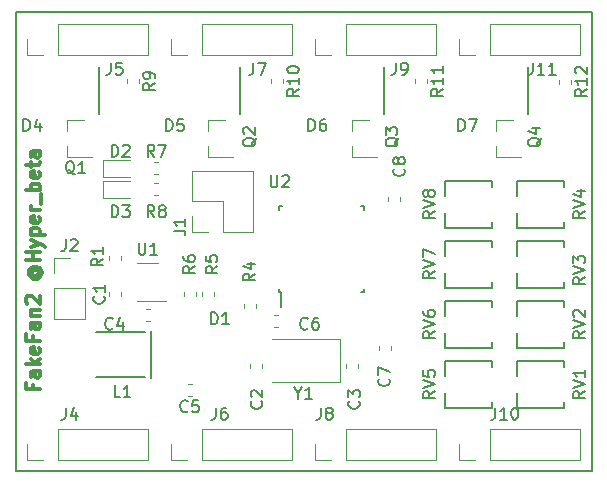
<source format=gto>
G04 #@! TF.GenerationSoftware,KiCad,Pcbnew,(5.0.0-dirty)*
G04 #@! TF.CreationDate,2019-11-15T19:25:29+09:00*
G04 #@! TF.ProjectId,fake-fan-mk2,66616B652D66616E2D6D6B322E6B6963,rev?*
G04 #@! TF.SameCoordinates,Original*
G04 #@! TF.FileFunction,Legend,Top*
G04 #@! TF.FilePolarity,Positive*
%FSLAX46Y46*%
G04 Gerber Fmt 4.6, Leading zero omitted, Abs format (unit mm)*
G04 Created by KiCad (PCBNEW (5.0.0-dirty)) date 11/15/19 19:25:29*
%MOMM*%
%LPD*%
G01*
G04 APERTURE LIST*
%ADD10C,0.300000*%
%ADD11C,0.200000*%
%ADD12C,0.120000*%
%ADD13C,0.150000*%
G04 APERTURE END LIST*
D10*
X15916285Y-45753714D02*
X15916285Y-46153714D01*
X16544857Y-46153714D02*
X15344857Y-46153714D01*
X15344857Y-45582285D01*
X16544857Y-44610857D02*
X15916285Y-44610857D01*
X15802000Y-44668000D01*
X15744857Y-44782285D01*
X15744857Y-45010857D01*
X15802000Y-45125142D01*
X16487714Y-44610857D02*
X16544857Y-44725142D01*
X16544857Y-45010857D01*
X16487714Y-45125142D01*
X16373428Y-45182285D01*
X16259142Y-45182285D01*
X16144857Y-45125142D01*
X16087714Y-45010857D01*
X16087714Y-44725142D01*
X16030571Y-44610857D01*
X16544857Y-44039428D02*
X15344857Y-44039428D01*
X16087714Y-43925142D02*
X16544857Y-43582285D01*
X15744857Y-43582285D02*
X16202000Y-44039428D01*
X16487714Y-42610857D02*
X16544857Y-42725142D01*
X16544857Y-42953714D01*
X16487714Y-43068000D01*
X16373428Y-43125142D01*
X15916285Y-43125142D01*
X15802000Y-43068000D01*
X15744857Y-42953714D01*
X15744857Y-42725142D01*
X15802000Y-42610857D01*
X15916285Y-42553714D01*
X16030571Y-42553714D01*
X16144857Y-43125142D01*
X15916285Y-41639428D02*
X15916285Y-42039428D01*
X16544857Y-42039428D02*
X15344857Y-42039428D01*
X15344857Y-41468000D01*
X16544857Y-40496571D02*
X15916285Y-40496571D01*
X15802000Y-40553714D01*
X15744857Y-40668000D01*
X15744857Y-40896571D01*
X15802000Y-41010857D01*
X16487714Y-40496571D02*
X16544857Y-40610857D01*
X16544857Y-40896571D01*
X16487714Y-41010857D01*
X16373428Y-41068000D01*
X16259142Y-41068000D01*
X16144857Y-41010857D01*
X16087714Y-40896571D01*
X16087714Y-40610857D01*
X16030571Y-40496571D01*
X15744857Y-39925142D02*
X16544857Y-39925142D01*
X15859142Y-39925142D02*
X15802000Y-39868000D01*
X15744857Y-39753714D01*
X15744857Y-39582285D01*
X15802000Y-39468000D01*
X15916285Y-39410857D01*
X16544857Y-39410857D01*
X15459142Y-38896571D02*
X15402000Y-38839428D01*
X15344857Y-38725142D01*
X15344857Y-38439428D01*
X15402000Y-38325142D01*
X15459142Y-38268000D01*
X15573428Y-38210857D01*
X15687714Y-38210857D01*
X15859142Y-38268000D01*
X16544857Y-38953714D01*
X16544857Y-38210857D01*
X15973428Y-36039428D02*
X15916285Y-36096571D01*
X15859142Y-36210857D01*
X15859142Y-36325142D01*
X15916285Y-36439428D01*
X15973428Y-36496571D01*
X16087714Y-36553714D01*
X16202000Y-36553714D01*
X16316285Y-36496571D01*
X16373428Y-36439428D01*
X16430571Y-36325142D01*
X16430571Y-36210857D01*
X16373428Y-36096571D01*
X16316285Y-36039428D01*
X15859142Y-36039428D02*
X16316285Y-36039428D01*
X16373428Y-35982285D01*
X16373428Y-35925142D01*
X16316285Y-35810857D01*
X16202000Y-35753714D01*
X15916285Y-35753714D01*
X15744857Y-35868000D01*
X15630571Y-36039428D01*
X15573428Y-36268000D01*
X15630571Y-36496571D01*
X15744857Y-36668000D01*
X15916285Y-36782285D01*
X16144857Y-36839428D01*
X16373428Y-36782285D01*
X16544857Y-36668000D01*
X16659142Y-36496571D01*
X16716285Y-36268000D01*
X16659142Y-36039428D01*
X16544857Y-35868000D01*
X16544857Y-35239428D02*
X15344857Y-35239428D01*
X15916285Y-35239428D02*
X15916285Y-34553714D01*
X16544857Y-34553714D02*
X15344857Y-34553714D01*
X15744857Y-34096571D02*
X16544857Y-33810857D01*
X15744857Y-33525142D02*
X16544857Y-33810857D01*
X16830571Y-33925142D01*
X16887714Y-33982285D01*
X16944857Y-34096571D01*
X15744857Y-33068000D02*
X16944857Y-33068000D01*
X15802000Y-33068000D02*
X15744857Y-32953714D01*
X15744857Y-32725142D01*
X15802000Y-32610857D01*
X15859142Y-32553714D01*
X15973428Y-32496571D01*
X16316285Y-32496571D01*
X16430571Y-32553714D01*
X16487714Y-32610857D01*
X16544857Y-32725142D01*
X16544857Y-32953714D01*
X16487714Y-33068000D01*
X16487714Y-31525142D02*
X16544857Y-31639428D01*
X16544857Y-31868000D01*
X16487714Y-31982285D01*
X16373428Y-32039428D01*
X15916285Y-32039428D01*
X15802000Y-31982285D01*
X15744857Y-31868000D01*
X15744857Y-31639428D01*
X15802000Y-31525142D01*
X15916285Y-31468000D01*
X16030571Y-31468000D01*
X16144857Y-32039428D01*
X16544857Y-30953714D02*
X15744857Y-30953714D01*
X15973428Y-30953714D02*
X15859142Y-30896571D01*
X15802000Y-30839428D01*
X15744857Y-30725142D01*
X15744857Y-30610857D01*
X16659142Y-30496571D02*
X16659142Y-29582285D01*
X16544857Y-29296571D02*
X15344857Y-29296571D01*
X15802000Y-29296571D02*
X15744857Y-29182285D01*
X15744857Y-28953714D01*
X15802000Y-28839428D01*
X15859142Y-28782285D01*
X15973428Y-28725142D01*
X16316285Y-28725142D01*
X16430571Y-28782285D01*
X16487714Y-28839428D01*
X16544857Y-28953714D01*
X16544857Y-29182285D01*
X16487714Y-29296571D01*
X16487714Y-27753714D02*
X16544857Y-27868000D01*
X16544857Y-28096571D01*
X16487714Y-28210857D01*
X16373428Y-28268000D01*
X15916285Y-28268000D01*
X15802000Y-28210857D01*
X15744857Y-28096571D01*
X15744857Y-27868000D01*
X15802000Y-27753714D01*
X15916285Y-27696571D01*
X16030571Y-27696571D01*
X16144857Y-28268000D01*
X15744857Y-27353714D02*
X15744857Y-26896571D01*
X15344857Y-27182285D02*
X16373428Y-27182285D01*
X16487714Y-27125142D01*
X16544857Y-27010857D01*
X16544857Y-26896571D01*
X16544857Y-25982285D02*
X15916285Y-25982285D01*
X15802000Y-26039428D01*
X15744857Y-26153714D01*
X15744857Y-26382285D01*
X15802000Y-26496571D01*
X16487714Y-25982285D02*
X16544857Y-26096571D01*
X16544857Y-26382285D01*
X16487714Y-26496571D01*
X16373428Y-26553714D01*
X16259142Y-26553714D01*
X16144857Y-26496571D01*
X16087714Y-26382285D01*
X16087714Y-26096571D01*
X16030571Y-25982285D01*
D11*
X14478000Y-53086000D02*
X14478000Y-14224000D01*
X63246000Y-53086000D02*
X14478000Y-53086000D01*
X63246000Y-14224000D02*
X63246000Y-53086000D01*
X14478000Y-14224000D02*
X63246000Y-14224000D01*
D12*
G04 #@! TO.C,C3*
X42416000Y-44033221D02*
X42416000Y-44358779D01*
X43436000Y-44033221D02*
X43436000Y-44358779D01*
G04 #@! TO.C,Y1*
X36162000Y-45488000D02*
X41912000Y-45488000D01*
X41912000Y-45488000D02*
X41912000Y-41888000D01*
X41912000Y-41888000D02*
X36162000Y-41888000D01*
G04 #@! TO.C,C1*
X22350000Y-37937221D02*
X22350000Y-38262779D01*
X23370000Y-37937221D02*
X23370000Y-38262779D01*
G04 #@! TO.C,C2*
X35308000Y-44033221D02*
X35308000Y-44358779D01*
X34288000Y-44033221D02*
X34288000Y-44358779D01*
G04 #@! TO.C,C4*
X25491221Y-40388000D02*
X25816779Y-40388000D01*
X25491221Y-39368000D02*
X25816779Y-39368000D01*
G04 #@! TO.C,C5*
X29047221Y-45718000D02*
X29372779Y-45718000D01*
X29047221Y-46738000D02*
X29372779Y-46738000D01*
G04 #@! TO.C,C6*
X36387721Y-40896000D02*
X36713279Y-40896000D01*
X36387721Y-39876000D02*
X36713279Y-39876000D01*
G04 #@! TO.C,C7*
X45210000Y-42834779D02*
X45210000Y-42509221D01*
X46230000Y-42834779D02*
X46230000Y-42509221D01*
G04 #@! TO.C,C8*
X45972000Y-30160279D02*
X45972000Y-29834721D01*
X46992000Y-30160279D02*
X46992000Y-29834721D01*
D13*
G04 #@! TO.C,D1*
X25960000Y-41180000D02*
X25960000Y-45180000D01*
D12*
G04 #@! TO.C,D2*
X24142500Y-26697000D02*
X21857500Y-26697000D01*
X21857500Y-26697000D02*
X21857500Y-28167000D01*
X21857500Y-28167000D02*
X24142500Y-28167000D01*
G04 #@! TO.C,D3*
X21857500Y-29945000D02*
X24142500Y-29945000D01*
X21857500Y-28475000D02*
X21857500Y-29945000D01*
X24142500Y-28475000D02*
X21857500Y-28475000D01*
D13*
G04 #@! TO.C,D4*
X21538000Y-22828000D02*
X21538000Y-18828000D01*
G04 #@! TO.C,D5*
X33476000Y-22828000D02*
X33476000Y-18828000D01*
G04 #@! TO.C,D6*
X45668000Y-22828000D02*
X45668000Y-18828000D01*
G04 #@! TO.C,D7*
X57860000Y-22828000D02*
X57860000Y-18828000D01*
D12*
G04 #@! TO.C,J2*
X17720000Y-40192000D02*
X20380000Y-40192000D01*
X17720000Y-37592000D02*
X17720000Y-40192000D01*
X20380000Y-37592000D02*
X20380000Y-40192000D01*
X17720000Y-37592000D02*
X20380000Y-37592000D01*
X17720000Y-36322000D02*
X17720000Y-34992000D01*
X17720000Y-34992000D02*
X19050000Y-34992000D01*
G04 #@! TO.C,J4*
X15434000Y-52130000D02*
X15434000Y-50800000D01*
X16764000Y-52130000D02*
X15434000Y-52130000D01*
X18034000Y-52130000D02*
X18034000Y-49470000D01*
X18034000Y-49470000D02*
X25714000Y-49470000D01*
X18034000Y-52130000D02*
X25714000Y-52130000D01*
X25714000Y-52130000D02*
X25714000Y-49470000D01*
G04 #@! TO.C,J5*
X25714000Y-17840000D02*
X25714000Y-15180000D01*
X18034000Y-17840000D02*
X25714000Y-17840000D01*
X18034000Y-15180000D02*
X25714000Y-15180000D01*
X18034000Y-17840000D02*
X18034000Y-15180000D01*
X16764000Y-17840000D02*
X15434000Y-17840000D01*
X15434000Y-17840000D02*
X15434000Y-16510000D01*
G04 #@! TO.C,J6*
X27626000Y-52130000D02*
X27626000Y-50800000D01*
X28956000Y-52130000D02*
X27626000Y-52130000D01*
X30226000Y-52130000D02*
X30226000Y-49470000D01*
X30226000Y-49470000D02*
X37906000Y-49470000D01*
X30226000Y-52130000D02*
X37906000Y-52130000D01*
X37906000Y-52130000D02*
X37906000Y-49470000D01*
G04 #@! TO.C,J7*
X37906000Y-17840000D02*
X37906000Y-15180000D01*
X30226000Y-17840000D02*
X37906000Y-17840000D01*
X30226000Y-15180000D02*
X37906000Y-15180000D01*
X30226000Y-17840000D02*
X30226000Y-15180000D01*
X28956000Y-17840000D02*
X27626000Y-17840000D01*
X27626000Y-17840000D02*
X27626000Y-16510000D01*
G04 #@! TO.C,J8*
X50098000Y-52130000D02*
X50098000Y-49470000D01*
X42418000Y-52130000D02*
X50098000Y-52130000D01*
X42418000Y-49470000D02*
X50098000Y-49470000D01*
X42418000Y-52130000D02*
X42418000Y-49470000D01*
X41148000Y-52130000D02*
X39818000Y-52130000D01*
X39818000Y-52130000D02*
X39818000Y-50800000D01*
G04 #@! TO.C,J9*
X50098000Y-17840000D02*
X50098000Y-15180000D01*
X42418000Y-17840000D02*
X50098000Y-17840000D01*
X42418000Y-15180000D02*
X50098000Y-15180000D01*
X42418000Y-17840000D02*
X42418000Y-15180000D01*
X41148000Y-17840000D02*
X39818000Y-17840000D01*
X39818000Y-17840000D02*
X39818000Y-16510000D01*
G04 #@! TO.C,J10*
X52010000Y-52130000D02*
X52010000Y-50800000D01*
X53340000Y-52130000D02*
X52010000Y-52130000D01*
X54610000Y-52130000D02*
X54610000Y-49470000D01*
X54610000Y-49470000D02*
X62290000Y-49470000D01*
X54610000Y-52130000D02*
X62290000Y-52130000D01*
X62290000Y-52130000D02*
X62290000Y-49470000D01*
G04 #@! TO.C,J11*
X52010000Y-17840000D02*
X52010000Y-16510000D01*
X53340000Y-17840000D02*
X52010000Y-17840000D01*
X54610000Y-17840000D02*
X54610000Y-15180000D01*
X54610000Y-15180000D02*
X62290000Y-15180000D01*
X54610000Y-17840000D02*
X62290000Y-17840000D01*
X62290000Y-17840000D02*
X62290000Y-15180000D01*
D13*
G04 #@! TO.C,L1*
X25468000Y-45080000D02*
X21268000Y-45080000D01*
X21268000Y-41280000D02*
X25468000Y-41280000D01*
D12*
G04 #@! TO.C,Q1*
X18798000Y-23312000D02*
X20258000Y-23312000D01*
X18798000Y-26472000D02*
X20958000Y-26472000D01*
X18798000Y-26472000D02*
X18798000Y-25542000D01*
X18798000Y-23312000D02*
X18798000Y-24242000D01*
G04 #@! TO.C,Q2*
X30736000Y-23312000D02*
X30736000Y-24242000D01*
X30736000Y-26472000D02*
X30736000Y-25542000D01*
X30736000Y-26472000D02*
X32896000Y-26472000D01*
X30736000Y-23312000D02*
X32196000Y-23312000D01*
G04 #@! TO.C,Q3*
X42928000Y-23312000D02*
X44388000Y-23312000D01*
X42928000Y-26472000D02*
X45088000Y-26472000D01*
X42928000Y-26472000D02*
X42928000Y-25542000D01*
X42928000Y-23312000D02*
X42928000Y-24242000D01*
G04 #@! TO.C,Q4*
X55120000Y-23312000D02*
X55120000Y-24242000D01*
X55120000Y-26472000D02*
X55120000Y-25542000D01*
X55120000Y-26472000D02*
X57280000Y-26472000D01*
X55120000Y-23312000D02*
X56580000Y-23312000D01*
G04 #@! TO.C,R1*
X23370000Y-35214779D02*
X23370000Y-34889221D01*
X22350000Y-35214779D02*
X22350000Y-34889221D01*
G04 #@! TO.C,R4*
X34800000Y-38953221D02*
X34800000Y-39278779D01*
X33780000Y-38953221D02*
X33780000Y-39278779D01*
G04 #@! TO.C,R5*
X30224000Y-38262779D02*
X30224000Y-37937221D01*
X31244000Y-38262779D02*
X31244000Y-37937221D01*
G04 #@! TO.C,R6*
X28700000Y-37937221D02*
X28700000Y-38262779D01*
X29720000Y-37937221D02*
X29720000Y-38262779D01*
G04 #@! TO.C,R7*
X26227721Y-26922000D02*
X26553279Y-26922000D01*
X26227721Y-27942000D02*
X26553279Y-27942000D01*
G04 #@! TO.C,R8*
X26227721Y-29720000D02*
X26553279Y-29720000D01*
X26227721Y-28700000D02*
X26553279Y-28700000D01*
G04 #@! TO.C,R9*
X24894000Y-19903221D02*
X24894000Y-20228779D01*
X23874000Y-19903221D02*
X23874000Y-20228779D01*
G04 #@! TO.C,R10*
X36066000Y-19903221D02*
X36066000Y-20228779D01*
X37086000Y-19903221D02*
X37086000Y-20228779D01*
G04 #@! TO.C,R11*
X49278000Y-19903221D02*
X49278000Y-20228779D01*
X48258000Y-19903221D02*
X48258000Y-20228779D01*
G04 #@! TO.C,R12*
X60450000Y-19928721D02*
X60450000Y-20254279D01*
X61470000Y-19928721D02*
X61470000Y-20254279D01*
D13*
G04 #@! TO.C,RV1*
X60928000Y-43720000D02*
X60928000Y-44220000D01*
X56928000Y-43720000D02*
X60928000Y-43720000D01*
X56928000Y-45020000D02*
X56928000Y-43720000D01*
X60928000Y-47720000D02*
X60928000Y-47220000D01*
X56928000Y-47720000D02*
X60928000Y-47720000D01*
X56928000Y-46420000D02*
X56928000Y-47720000D01*
G04 #@! TO.C,RV2*
X56928000Y-41340000D02*
X56928000Y-42640000D01*
X56928000Y-42640000D02*
X60928000Y-42640000D01*
X60928000Y-42640000D02*
X60928000Y-42140000D01*
X56928000Y-39940000D02*
X56928000Y-38640000D01*
X56928000Y-38640000D02*
X60928000Y-38640000D01*
X60928000Y-38640000D02*
X60928000Y-39140000D01*
G04 #@! TO.C,RV3*
X56928000Y-36260000D02*
X56928000Y-37560000D01*
X56928000Y-37560000D02*
X60928000Y-37560000D01*
X60928000Y-37560000D02*
X60928000Y-37060000D01*
X56928000Y-34860000D02*
X56928000Y-33560000D01*
X56928000Y-33560000D02*
X60928000Y-33560000D01*
X60928000Y-33560000D02*
X60928000Y-34060000D01*
G04 #@! TO.C,RV4*
X60928000Y-28480000D02*
X60928000Y-28980000D01*
X56928000Y-28480000D02*
X60928000Y-28480000D01*
X56928000Y-29780000D02*
X56928000Y-28480000D01*
X60928000Y-32480000D02*
X60928000Y-31980000D01*
X56928000Y-32480000D02*
X60928000Y-32480000D01*
X56928000Y-31180000D02*
X56928000Y-32480000D01*
G04 #@! TO.C,RV5*
X54832000Y-43720000D02*
X54832000Y-44220000D01*
X50832000Y-43720000D02*
X54832000Y-43720000D01*
X50832000Y-45020000D02*
X50832000Y-43720000D01*
X54832000Y-47720000D02*
X54832000Y-47220000D01*
X50832000Y-47720000D02*
X54832000Y-47720000D01*
X50832000Y-46420000D02*
X50832000Y-47720000D01*
G04 #@! TO.C,RV6*
X50832000Y-41340000D02*
X50832000Y-42640000D01*
X50832000Y-42640000D02*
X54832000Y-42640000D01*
X54832000Y-42640000D02*
X54832000Y-42140000D01*
X50832000Y-39940000D02*
X50832000Y-38640000D01*
X50832000Y-38640000D02*
X54832000Y-38640000D01*
X54832000Y-38640000D02*
X54832000Y-39140000D01*
G04 #@! TO.C,RV7*
X54832000Y-33560000D02*
X54832000Y-34060000D01*
X50832000Y-33560000D02*
X54832000Y-33560000D01*
X50832000Y-34860000D02*
X50832000Y-33560000D01*
X54832000Y-37560000D02*
X54832000Y-37060000D01*
X50832000Y-37560000D02*
X54832000Y-37560000D01*
X50832000Y-36260000D02*
X50832000Y-37560000D01*
G04 #@! TO.C,RV8*
X50832000Y-31180000D02*
X50832000Y-32480000D01*
X50832000Y-32480000D02*
X54832000Y-32480000D01*
X54832000Y-32480000D02*
X54832000Y-31980000D01*
X50832000Y-29780000D02*
X50832000Y-28480000D01*
X50832000Y-28480000D02*
X54832000Y-28480000D01*
X54832000Y-28480000D02*
X54832000Y-28980000D01*
D12*
G04 #@! TO.C,U1*
X26554000Y-35474000D02*
X24754000Y-35474000D01*
X24754000Y-38694000D02*
X27204000Y-38694000D01*
D13*
G04 #@! TO.C,U2*
X36761000Y-37915000D02*
X36986000Y-37915000D01*
X36761000Y-30665000D02*
X37061000Y-30665000D01*
X44011000Y-30665000D02*
X43711000Y-30665000D01*
X44011000Y-37915000D02*
X43711000Y-37915000D01*
X36761000Y-37915000D02*
X36761000Y-37615000D01*
X44011000Y-37915000D02*
X44011000Y-37615000D01*
X44011000Y-30665000D02*
X44011000Y-30965000D01*
X36761000Y-30665000D02*
X36761000Y-30965000D01*
X36986000Y-37915000D02*
X36986000Y-39140000D01*
D12*
G04 #@! TO.C,J1*
X34604000Y-32826000D02*
X34604000Y-27626000D01*
X32004000Y-32826000D02*
X34604000Y-32826000D01*
X29404000Y-27626000D02*
X34604000Y-27626000D01*
X32004000Y-32826000D02*
X32004000Y-30226000D01*
X32004000Y-30226000D02*
X29404000Y-30226000D01*
X29404000Y-30226000D02*
X29404000Y-27626000D01*
X30734000Y-32826000D02*
X29404000Y-32826000D01*
X29404000Y-32826000D02*
X29404000Y-31496000D01*
G04 #@! TD*
G04 #@! TO.C,C3*
D13*
X43537142Y-47156666D02*
X43584761Y-47204285D01*
X43632380Y-47347142D01*
X43632380Y-47442380D01*
X43584761Y-47585238D01*
X43489523Y-47680476D01*
X43394285Y-47728095D01*
X43203809Y-47775714D01*
X43060952Y-47775714D01*
X42870476Y-47728095D01*
X42775238Y-47680476D01*
X42680000Y-47585238D01*
X42632380Y-47442380D01*
X42632380Y-47347142D01*
X42680000Y-47204285D01*
X42727619Y-47156666D01*
X42632380Y-46823333D02*
X42632380Y-46204285D01*
X43013333Y-46537619D01*
X43013333Y-46394761D01*
X43060952Y-46299523D01*
X43108571Y-46251904D01*
X43203809Y-46204285D01*
X43441904Y-46204285D01*
X43537142Y-46251904D01*
X43584761Y-46299523D01*
X43632380Y-46394761D01*
X43632380Y-46680476D01*
X43584761Y-46775714D01*
X43537142Y-46823333D01*
G04 #@! TO.C,Y1*
X38385809Y-46464190D02*
X38385809Y-46940380D01*
X38052476Y-45940380D02*
X38385809Y-46464190D01*
X38719142Y-45940380D01*
X39576285Y-46940380D02*
X39004857Y-46940380D01*
X39290571Y-46940380D02*
X39290571Y-45940380D01*
X39195333Y-46083238D01*
X39100095Y-46178476D01*
X39004857Y-46226095D01*
G04 #@! TO.C,C1*
X21947142Y-38266666D02*
X21994761Y-38314285D01*
X22042380Y-38457142D01*
X22042380Y-38552380D01*
X21994761Y-38695238D01*
X21899523Y-38790476D01*
X21804285Y-38838095D01*
X21613809Y-38885714D01*
X21470952Y-38885714D01*
X21280476Y-38838095D01*
X21185238Y-38790476D01*
X21090000Y-38695238D01*
X21042380Y-38552380D01*
X21042380Y-38457142D01*
X21090000Y-38314285D01*
X21137619Y-38266666D01*
X22042380Y-37314285D02*
X22042380Y-37885714D01*
X22042380Y-37600000D02*
X21042380Y-37600000D01*
X21185238Y-37695238D01*
X21280476Y-37790476D01*
X21328095Y-37885714D01*
G04 #@! TO.C,C2*
X35282142Y-47156666D02*
X35329761Y-47204285D01*
X35377380Y-47347142D01*
X35377380Y-47442380D01*
X35329761Y-47585238D01*
X35234523Y-47680476D01*
X35139285Y-47728095D01*
X34948809Y-47775714D01*
X34805952Y-47775714D01*
X34615476Y-47728095D01*
X34520238Y-47680476D01*
X34425000Y-47585238D01*
X34377380Y-47442380D01*
X34377380Y-47347142D01*
X34425000Y-47204285D01*
X34472619Y-47156666D01*
X34472619Y-46775714D02*
X34425000Y-46728095D01*
X34377380Y-46632857D01*
X34377380Y-46394761D01*
X34425000Y-46299523D01*
X34472619Y-46251904D01*
X34567857Y-46204285D01*
X34663095Y-46204285D01*
X34805952Y-46251904D01*
X35377380Y-46823333D01*
X35377380Y-46204285D01*
G04 #@! TO.C,C4*
X22693333Y-40997142D02*
X22645714Y-41044761D01*
X22502857Y-41092380D01*
X22407619Y-41092380D01*
X22264761Y-41044761D01*
X22169523Y-40949523D01*
X22121904Y-40854285D01*
X22074285Y-40663809D01*
X22074285Y-40520952D01*
X22121904Y-40330476D01*
X22169523Y-40235238D01*
X22264761Y-40140000D01*
X22407619Y-40092380D01*
X22502857Y-40092380D01*
X22645714Y-40140000D01*
X22693333Y-40187619D01*
X23550476Y-40425714D02*
X23550476Y-41092380D01*
X23312380Y-40044761D02*
X23074285Y-40759047D01*
X23693333Y-40759047D01*
G04 #@! TO.C,C5*
X29043333Y-47982142D02*
X28995714Y-48029761D01*
X28852857Y-48077380D01*
X28757619Y-48077380D01*
X28614761Y-48029761D01*
X28519523Y-47934523D01*
X28471904Y-47839285D01*
X28424285Y-47648809D01*
X28424285Y-47505952D01*
X28471904Y-47315476D01*
X28519523Y-47220238D01*
X28614761Y-47125000D01*
X28757619Y-47077380D01*
X28852857Y-47077380D01*
X28995714Y-47125000D01*
X29043333Y-47172619D01*
X29948095Y-47077380D02*
X29471904Y-47077380D01*
X29424285Y-47553571D01*
X29471904Y-47505952D01*
X29567142Y-47458333D01*
X29805238Y-47458333D01*
X29900476Y-47505952D01*
X29948095Y-47553571D01*
X29995714Y-47648809D01*
X29995714Y-47886904D01*
X29948095Y-47982142D01*
X29900476Y-48029761D01*
X29805238Y-48077380D01*
X29567142Y-48077380D01*
X29471904Y-48029761D01*
X29424285Y-47982142D01*
G04 #@! TO.C,C6*
X39203333Y-40997142D02*
X39155714Y-41044761D01*
X39012857Y-41092380D01*
X38917619Y-41092380D01*
X38774761Y-41044761D01*
X38679523Y-40949523D01*
X38631904Y-40854285D01*
X38584285Y-40663809D01*
X38584285Y-40520952D01*
X38631904Y-40330476D01*
X38679523Y-40235238D01*
X38774761Y-40140000D01*
X38917619Y-40092380D01*
X39012857Y-40092380D01*
X39155714Y-40140000D01*
X39203333Y-40187619D01*
X40060476Y-40092380D02*
X39870000Y-40092380D01*
X39774761Y-40140000D01*
X39727142Y-40187619D01*
X39631904Y-40330476D01*
X39584285Y-40520952D01*
X39584285Y-40901904D01*
X39631904Y-40997142D01*
X39679523Y-41044761D01*
X39774761Y-41092380D01*
X39965238Y-41092380D01*
X40060476Y-41044761D01*
X40108095Y-40997142D01*
X40155714Y-40901904D01*
X40155714Y-40663809D01*
X40108095Y-40568571D01*
X40060476Y-40520952D01*
X39965238Y-40473333D01*
X39774761Y-40473333D01*
X39679523Y-40520952D01*
X39631904Y-40568571D01*
X39584285Y-40663809D01*
G04 #@! TO.C,C7*
X46077142Y-45251666D02*
X46124761Y-45299285D01*
X46172380Y-45442142D01*
X46172380Y-45537380D01*
X46124761Y-45680238D01*
X46029523Y-45775476D01*
X45934285Y-45823095D01*
X45743809Y-45870714D01*
X45600952Y-45870714D01*
X45410476Y-45823095D01*
X45315238Y-45775476D01*
X45220000Y-45680238D01*
X45172380Y-45537380D01*
X45172380Y-45442142D01*
X45220000Y-45299285D01*
X45267619Y-45251666D01*
X45172380Y-44918333D02*
X45172380Y-44251666D01*
X46172380Y-44680238D01*
G04 #@! TO.C,C8*
X47347142Y-27471666D02*
X47394761Y-27519285D01*
X47442380Y-27662142D01*
X47442380Y-27757380D01*
X47394761Y-27900238D01*
X47299523Y-27995476D01*
X47204285Y-28043095D01*
X47013809Y-28090714D01*
X46870952Y-28090714D01*
X46680476Y-28043095D01*
X46585238Y-27995476D01*
X46490000Y-27900238D01*
X46442380Y-27757380D01*
X46442380Y-27662142D01*
X46490000Y-27519285D01*
X46537619Y-27471666D01*
X46870952Y-26900238D02*
X46823333Y-26995476D01*
X46775714Y-27043095D01*
X46680476Y-27090714D01*
X46632857Y-27090714D01*
X46537619Y-27043095D01*
X46490000Y-26995476D01*
X46442380Y-26900238D01*
X46442380Y-26709761D01*
X46490000Y-26614523D01*
X46537619Y-26566904D01*
X46632857Y-26519285D01*
X46680476Y-26519285D01*
X46775714Y-26566904D01*
X46823333Y-26614523D01*
X46870952Y-26709761D01*
X46870952Y-26900238D01*
X46918571Y-26995476D01*
X46966190Y-27043095D01*
X47061428Y-27090714D01*
X47251904Y-27090714D01*
X47347142Y-27043095D01*
X47394761Y-26995476D01*
X47442380Y-26900238D01*
X47442380Y-26709761D01*
X47394761Y-26614523D01*
X47347142Y-26566904D01*
X47251904Y-26519285D01*
X47061428Y-26519285D01*
X46966190Y-26566904D01*
X46918571Y-26614523D01*
X46870952Y-26709761D01*
G04 #@! TO.C,D1*
X31011904Y-40632380D02*
X31011904Y-39632380D01*
X31250000Y-39632380D01*
X31392857Y-39680000D01*
X31488095Y-39775238D01*
X31535714Y-39870476D01*
X31583333Y-40060952D01*
X31583333Y-40203809D01*
X31535714Y-40394285D01*
X31488095Y-40489523D01*
X31392857Y-40584761D01*
X31250000Y-40632380D01*
X31011904Y-40632380D01*
X32535714Y-40632380D02*
X31964285Y-40632380D01*
X32250000Y-40632380D02*
X32250000Y-39632380D01*
X32154761Y-39775238D01*
X32059523Y-39870476D01*
X31964285Y-39918095D01*
G04 #@! TO.C,D2*
X22604404Y-26454380D02*
X22604404Y-25454380D01*
X22842500Y-25454380D01*
X22985357Y-25502000D01*
X23080595Y-25597238D01*
X23128214Y-25692476D01*
X23175833Y-25882952D01*
X23175833Y-26025809D01*
X23128214Y-26216285D01*
X23080595Y-26311523D01*
X22985357Y-26406761D01*
X22842500Y-26454380D01*
X22604404Y-26454380D01*
X23556785Y-25549619D02*
X23604404Y-25502000D01*
X23699642Y-25454380D01*
X23937738Y-25454380D01*
X24032976Y-25502000D01*
X24080595Y-25549619D01*
X24128214Y-25644857D01*
X24128214Y-25740095D01*
X24080595Y-25882952D01*
X23509166Y-26454380D01*
X24128214Y-26454380D01*
G04 #@! TO.C,D3*
X22604404Y-31567380D02*
X22604404Y-30567380D01*
X22842500Y-30567380D01*
X22985357Y-30615000D01*
X23080595Y-30710238D01*
X23128214Y-30805476D01*
X23175833Y-30995952D01*
X23175833Y-31138809D01*
X23128214Y-31329285D01*
X23080595Y-31424523D01*
X22985357Y-31519761D01*
X22842500Y-31567380D01*
X22604404Y-31567380D01*
X23509166Y-30567380D02*
X24128214Y-30567380D01*
X23794880Y-30948333D01*
X23937738Y-30948333D01*
X24032976Y-30995952D01*
X24080595Y-31043571D01*
X24128214Y-31138809D01*
X24128214Y-31376904D01*
X24080595Y-31472142D01*
X24032976Y-31519761D01*
X23937738Y-31567380D01*
X23652023Y-31567380D01*
X23556785Y-31519761D01*
X23509166Y-31472142D01*
G04 #@! TO.C,D4*
X15136904Y-24280380D02*
X15136904Y-23280380D01*
X15375000Y-23280380D01*
X15517857Y-23328000D01*
X15613095Y-23423238D01*
X15660714Y-23518476D01*
X15708333Y-23708952D01*
X15708333Y-23851809D01*
X15660714Y-24042285D01*
X15613095Y-24137523D01*
X15517857Y-24232761D01*
X15375000Y-24280380D01*
X15136904Y-24280380D01*
X16565476Y-23613714D02*
X16565476Y-24280380D01*
X16327380Y-23232761D02*
X16089285Y-23947047D01*
X16708333Y-23947047D01*
G04 #@! TO.C,D5*
X27201904Y-24280380D02*
X27201904Y-23280380D01*
X27440000Y-23280380D01*
X27582857Y-23328000D01*
X27678095Y-23423238D01*
X27725714Y-23518476D01*
X27773333Y-23708952D01*
X27773333Y-23851809D01*
X27725714Y-24042285D01*
X27678095Y-24137523D01*
X27582857Y-24232761D01*
X27440000Y-24280380D01*
X27201904Y-24280380D01*
X28678095Y-23280380D02*
X28201904Y-23280380D01*
X28154285Y-23756571D01*
X28201904Y-23708952D01*
X28297142Y-23661333D01*
X28535238Y-23661333D01*
X28630476Y-23708952D01*
X28678095Y-23756571D01*
X28725714Y-23851809D01*
X28725714Y-24089904D01*
X28678095Y-24185142D01*
X28630476Y-24232761D01*
X28535238Y-24280380D01*
X28297142Y-24280380D01*
X28201904Y-24232761D01*
X28154285Y-24185142D01*
G04 #@! TO.C,D6*
X39266904Y-24280380D02*
X39266904Y-23280380D01*
X39505000Y-23280380D01*
X39647857Y-23328000D01*
X39743095Y-23423238D01*
X39790714Y-23518476D01*
X39838333Y-23708952D01*
X39838333Y-23851809D01*
X39790714Y-24042285D01*
X39743095Y-24137523D01*
X39647857Y-24232761D01*
X39505000Y-24280380D01*
X39266904Y-24280380D01*
X40695476Y-23280380D02*
X40505000Y-23280380D01*
X40409761Y-23328000D01*
X40362142Y-23375619D01*
X40266904Y-23518476D01*
X40219285Y-23708952D01*
X40219285Y-24089904D01*
X40266904Y-24185142D01*
X40314523Y-24232761D01*
X40409761Y-24280380D01*
X40600238Y-24280380D01*
X40695476Y-24232761D01*
X40743095Y-24185142D01*
X40790714Y-24089904D01*
X40790714Y-23851809D01*
X40743095Y-23756571D01*
X40695476Y-23708952D01*
X40600238Y-23661333D01*
X40409761Y-23661333D01*
X40314523Y-23708952D01*
X40266904Y-23756571D01*
X40219285Y-23851809D01*
G04 #@! TO.C,D7*
X51966904Y-24280380D02*
X51966904Y-23280380D01*
X52205000Y-23280380D01*
X52347857Y-23328000D01*
X52443095Y-23423238D01*
X52490714Y-23518476D01*
X52538333Y-23708952D01*
X52538333Y-23851809D01*
X52490714Y-24042285D01*
X52443095Y-24137523D01*
X52347857Y-24232761D01*
X52205000Y-24280380D01*
X51966904Y-24280380D01*
X52871666Y-23280380D02*
X53538333Y-23280380D01*
X53109761Y-24280380D01*
G04 #@! TO.C,J2*
X18716666Y-33444380D02*
X18716666Y-34158666D01*
X18669047Y-34301523D01*
X18573809Y-34396761D01*
X18430952Y-34444380D01*
X18335714Y-34444380D01*
X19145238Y-33539619D02*
X19192857Y-33492000D01*
X19288095Y-33444380D01*
X19526190Y-33444380D01*
X19621428Y-33492000D01*
X19669047Y-33539619D01*
X19716666Y-33634857D01*
X19716666Y-33730095D01*
X19669047Y-33872952D01*
X19097619Y-34444380D01*
X19716666Y-34444380D01*
G04 #@! TO.C,J4*
X18716666Y-47712380D02*
X18716666Y-48426666D01*
X18669047Y-48569523D01*
X18573809Y-48664761D01*
X18430952Y-48712380D01*
X18335714Y-48712380D01*
X19621428Y-48045714D02*
X19621428Y-48712380D01*
X19383333Y-47664761D02*
X19145238Y-48379047D01*
X19764285Y-48379047D01*
G04 #@! TO.C,J5*
X22526666Y-18502380D02*
X22526666Y-19216666D01*
X22479047Y-19359523D01*
X22383809Y-19454761D01*
X22240952Y-19502380D01*
X22145714Y-19502380D01*
X23479047Y-18502380D02*
X23002857Y-18502380D01*
X22955238Y-18978571D01*
X23002857Y-18930952D01*
X23098095Y-18883333D01*
X23336190Y-18883333D01*
X23431428Y-18930952D01*
X23479047Y-18978571D01*
X23526666Y-19073809D01*
X23526666Y-19311904D01*
X23479047Y-19407142D01*
X23431428Y-19454761D01*
X23336190Y-19502380D01*
X23098095Y-19502380D01*
X23002857Y-19454761D01*
X22955238Y-19407142D01*
G04 #@! TO.C,J6*
X31416666Y-47712380D02*
X31416666Y-48426666D01*
X31369047Y-48569523D01*
X31273809Y-48664761D01*
X31130952Y-48712380D01*
X31035714Y-48712380D01*
X32321428Y-47712380D02*
X32130952Y-47712380D01*
X32035714Y-47760000D01*
X31988095Y-47807619D01*
X31892857Y-47950476D01*
X31845238Y-48140952D01*
X31845238Y-48521904D01*
X31892857Y-48617142D01*
X31940476Y-48664761D01*
X32035714Y-48712380D01*
X32226190Y-48712380D01*
X32321428Y-48664761D01*
X32369047Y-48617142D01*
X32416666Y-48521904D01*
X32416666Y-48283809D01*
X32369047Y-48188571D01*
X32321428Y-48140952D01*
X32226190Y-48093333D01*
X32035714Y-48093333D01*
X31940476Y-48140952D01*
X31892857Y-48188571D01*
X31845238Y-48283809D01*
G04 #@! TO.C,J7*
X34591666Y-18502380D02*
X34591666Y-19216666D01*
X34544047Y-19359523D01*
X34448809Y-19454761D01*
X34305952Y-19502380D01*
X34210714Y-19502380D01*
X34972619Y-18502380D02*
X35639285Y-18502380D01*
X35210714Y-19502380D01*
G04 #@! TO.C,J8*
X40306666Y-47712380D02*
X40306666Y-48426666D01*
X40259047Y-48569523D01*
X40163809Y-48664761D01*
X40020952Y-48712380D01*
X39925714Y-48712380D01*
X40925714Y-48140952D02*
X40830476Y-48093333D01*
X40782857Y-48045714D01*
X40735238Y-47950476D01*
X40735238Y-47902857D01*
X40782857Y-47807619D01*
X40830476Y-47760000D01*
X40925714Y-47712380D01*
X41116190Y-47712380D01*
X41211428Y-47760000D01*
X41259047Y-47807619D01*
X41306666Y-47902857D01*
X41306666Y-47950476D01*
X41259047Y-48045714D01*
X41211428Y-48093333D01*
X41116190Y-48140952D01*
X40925714Y-48140952D01*
X40830476Y-48188571D01*
X40782857Y-48236190D01*
X40735238Y-48331428D01*
X40735238Y-48521904D01*
X40782857Y-48617142D01*
X40830476Y-48664761D01*
X40925714Y-48712380D01*
X41116190Y-48712380D01*
X41211428Y-48664761D01*
X41259047Y-48617142D01*
X41306666Y-48521904D01*
X41306666Y-48331428D01*
X41259047Y-48236190D01*
X41211428Y-48188571D01*
X41116190Y-48140952D01*
G04 #@! TO.C,J9*
X46656666Y-18502380D02*
X46656666Y-19216666D01*
X46609047Y-19359523D01*
X46513809Y-19454761D01*
X46370952Y-19502380D01*
X46275714Y-19502380D01*
X47180476Y-19502380D02*
X47370952Y-19502380D01*
X47466190Y-19454761D01*
X47513809Y-19407142D01*
X47609047Y-19264285D01*
X47656666Y-19073809D01*
X47656666Y-18692857D01*
X47609047Y-18597619D01*
X47561428Y-18550000D01*
X47466190Y-18502380D01*
X47275714Y-18502380D01*
X47180476Y-18550000D01*
X47132857Y-18597619D01*
X47085238Y-18692857D01*
X47085238Y-18930952D01*
X47132857Y-19026190D01*
X47180476Y-19073809D01*
X47275714Y-19121428D01*
X47466190Y-19121428D01*
X47561428Y-19073809D01*
X47609047Y-19026190D01*
X47656666Y-18930952D01*
G04 #@! TO.C,J10*
X55070476Y-47712380D02*
X55070476Y-48426666D01*
X55022857Y-48569523D01*
X54927619Y-48664761D01*
X54784761Y-48712380D01*
X54689523Y-48712380D01*
X56070476Y-48712380D02*
X55499047Y-48712380D01*
X55784761Y-48712380D02*
X55784761Y-47712380D01*
X55689523Y-47855238D01*
X55594285Y-47950476D01*
X55499047Y-47998095D01*
X56689523Y-47712380D02*
X56784761Y-47712380D01*
X56880000Y-47760000D01*
X56927619Y-47807619D01*
X56975238Y-47902857D01*
X57022857Y-48093333D01*
X57022857Y-48331428D01*
X56975238Y-48521904D01*
X56927619Y-48617142D01*
X56880000Y-48664761D01*
X56784761Y-48712380D01*
X56689523Y-48712380D01*
X56594285Y-48664761D01*
X56546666Y-48617142D01*
X56499047Y-48521904D01*
X56451428Y-48331428D01*
X56451428Y-48093333D01*
X56499047Y-47902857D01*
X56546666Y-47807619D01*
X56594285Y-47760000D01*
X56689523Y-47712380D01*
G04 #@! TO.C,J11*
X58245476Y-18502380D02*
X58245476Y-19216666D01*
X58197857Y-19359523D01*
X58102619Y-19454761D01*
X57959761Y-19502380D01*
X57864523Y-19502380D01*
X59245476Y-19502380D02*
X58674047Y-19502380D01*
X58959761Y-19502380D02*
X58959761Y-18502380D01*
X58864523Y-18645238D01*
X58769285Y-18740476D01*
X58674047Y-18788095D01*
X60197857Y-19502380D02*
X59626428Y-19502380D01*
X59912142Y-19502380D02*
X59912142Y-18502380D01*
X59816904Y-18645238D01*
X59721666Y-18740476D01*
X59626428Y-18788095D01*
G04 #@! TO.C,L1*
X23328333Y-46807380D02*
X22852142Y-46807380D01*
X22852142Y-45807380D01*
X24185476Y-46807380D02*
X23614047Y-46807380D01*
X23899761Y-46807380D02*
X23899761Y-45807380D01*
X23804523Y-45950238D01*
X23709285Y-46045476D01*
X23614047Y-46093095D01*
G04 #@! TO.C,Q1*
X19462761Y-27939619D02*
X19367523Y-27892000D01*
X19272285Y-27796761D01*
X19129428Y-27653904D01*
X19034190Y-27606285D01*
X18938952Y-27606285D01*
X18986571Y-27844380D02*
X18891333Y-27796761D01*
X18796095Y-27701523D01*
X18748476Y-27511047D01*
X18748476Y-27177714D01*
X18796095Y-26987238D01*
X18891333Y-26892000D01*
X18986571Y-26844380D01*
X19177047Y-26844380D01*
X19272285Y-26892000D01*
X19367523Y-26987238D01*
X19415142Y-27177714D01*
X19415142Y-27511047D01*
X19367523Y-27701523D01*
X19272285Y-27796761D01*
X19177047Y-27844380D01*
X18986571Y-27844380D01*
X20367523Y-27844380D02*
X19796095Y-27844380D01*
X20081809Y-27844380D02*
X20081809Y-26844380D01*
X19986571Y-26987238D01*
X19891333Y-27082476D01*
X19796095Y-27130095D01*
G04 #@! TO.C,Q2*
X34837619Y-24860238D02*
X34790000Y-24955476D01*
X34694761Y-25050714D01*
X34551904Y-25193571D01*
X34504285Y-25288809D01*
X34504285Y-25384047D01*
X34742380Y-25336428D02*
X34694761Y-25431666D01*
X34599523Y-25526904D01*
X34409047Y-25574523D01*
X34075714Y-25574523D01*
X33885238Y-25526904D01*
X33790000Y-25431666D01*
X33742380Y-25336428D01*
X33742380Y-25145952D01*
X33790000Y-25050714D01*
X33885238Y-24955476D01*
X34075714Y-24907857D01*
X34409047Y-24907857D01*
X34599523Y-24955476D01*
X34694761Y-25050714D01*
X34742380Y-25145952D01*
X34742380Y-25336428D01*
X33837619Y-24526904D02*
X33790000Y-24479285D01*
X33742380Y-24384047D01*
X33742380Y-24145952D01*
X33790000Y-24050714D01*
X33837619Y-24003095D01*
X33932857Y-23955476D01*
X34028095Y-23955476D01*
X34170952Y-24003095D01*
X34742380Y-24574523D01*
X34742380Y-23955476D01*
G04 #@! TO.C,Q3*
X46902619Y-24860238D02*
X46855000Y-24955476D01*
X46759761Y-25050714D01*
X46616904Y-25193571D01*
X46569285Y-25288809D01*
X46569285Y-25384047D01*
X46807380Y-25336428D02*
X46759761Y-25431666D01*
X46664523Y-25526904D01*
X46474047Y-25574523D01*
X46140714Y-25574523D01*
X45950238Y-25526904D01*
X45855000Y-25431666D01*
X45807380Y-25336428D01*
X45807380Y-25145952D01*
X45855000Y-25050714D01*
X45950238Y-24955476D01*
X46140714Y-24907857D01*
X46474047Y-24907857D01*
X46664523Y-24955476D01*
X46759761Y-25050714D01*
X46807380Y-25145952D01*
X46807380Y-25336428D01*
X45807380Y-24574523D02*
X45807380Y-23955476D01*
X46188333Y-24288809D01*
X46188333Y-24145952D01*
X46235952Y-24050714D01*
X46283571Y-24003095D01*
X46378809Y-23955476D01*
X46616904Y-23955476D01*
X46712142Y-24003095D01*
X46759761Y-24050714D01*
X46807380Y-24145952D01*
X46807380Y-24431666D01*
X46759761Y-24526904D01*
X46712142Y-24574523D01*
G04 #@! TO.C,Q4*
X58967619Y-24860238D02*
X58920000Y-24955476D01*
X58824761Y-25050714D01*
X58681904Y-25193571D01*
X58634285Y-25288809D01*
X58634285Y-25384047D01*
X58872380Y-25336428D02*
X58824761Y-25431666D01*
X58729523Y-25526904D01*
X58539047Y-25574523D01*
X58205714Y-25574523D01*
X58015238Y-25526904D01*
X57920000Y-25431666D01*
X57872380Y-25336428D01*
X57872380Y-25145952D01*
X57920000Y-25050714D01*
X58015238Y-24955476D01*
X58205714Y-24907857D01*
X58539047Y-24907857D01*
X58729523Y-24955476D01*
X58824761Y-25050714D01*
X58872380Y-25145952D01*
X58872380Y-25336428D01*
X58205714Y-24050714D02*
X58872380Y-24050714D01*
X57824761Y-24288809D02*
X58539047Y-24526904D01*
X58539047Y-23907857D01*
G04 #@! TO.C,R1*
X21882380Y-35091666D02*
X21406190Y-35425000D01*
X21882380Y-35663095D02*
X20882380Y-35663095D01*
X20882380Y-35282142D01*
X20930000Y-35186904D01*
X20977619Y-35139285D01*
X21072857Y-35091666D01*
X21215714Y-35091666D01*
X21310952Y-35139285D01*
X21358571Y-35186904D01*
X21406190Y-35282142D01*
X21406190Y-35663095D01*
X21882380Y-34139285D02*
X21882380Y-34710714D01*
X21882380Y-34425000D02*
X20882380Y-34425000D01*
X21025238Y-34520238D01*
X21120476Y-34615476D01*
X21168095Y-34710714D01*
G04 #@! TO.C,R4*
X34742380Y-36361666D02*
X34266190Y-36695000D01*
X34742380Y-36933095D02*
X33742380Y-36933095D01*
X33742380Y-36552142D01*
X33790000Y-36456904D01*
X33837619Y-36409285D01*
X33932857Y-36361666D01*
X34075714Y-36361666D01*
X34170952Y-36409285D01*
X34218571Y-36456904D01*
X34266190Y-36552142D01*
X34266190Y-36933095D01*
X34075714Y-35504523D02*
X34742380Y-35504523D01*
X33694761Y-35742619D02*
X34409047Y-35980714D01*
X34409047Y-35361666D01*
G04 #@! TO.C,R5*
X31567380Y-35726666D02*
X31091190Y-36060000D01*
X31567380Y-36298095D02*
X30567380Y-36298095D01*
X30567380Y-35917142D01*
X30615000Y-35821904D01*
X30662619Y-35774285D01*
X30757857Y-35726666D01*
X30900714Y-35726666D01*
X30995952Y-35774285D01*
X31043571Y-35821904D01*
X31091190Y-35917142D01*
X31091190Y-36298095D01*
X30567380Y-34821904D02*
X30567380Y-35298095D01*
X31043571Y-35345714D01*
X30995952Y-35298095D01*
X30948333Y-35202857D01*
X30948333Y-34964761D01*
X30995952Y-34869523D01*
X31043571Y-34821904D01*
X31138809Y-34774285D01*
X31376904Y-34774285D01*
X31472142Y-34821904D01*
X31519761Y-34869523D01*
X31567380Y-34964761D01*
X31567380Y-35202857D01*
X31519761Y-35298095D01*
X31472142Y-35345714D01*
G04 #@! TO.C,R6*
X29662380Y-35726666D02*
X29186190Y-36060000D01*
X29662380Y-36298095D02*
X28662380Y-36298095D01*
X28662380Y-35917142D01*
X28710000Y-35821904D01*
X28757619Y-35774285D01*
X28852857Y-35726666D01*
X28995714Y-35726666D01*
X29090952Y-35774285D01*
X29138571Y-35821904D01*
X29186190Y-35917142D01*
X29186190Y-36298095D01*
X28662380Y-34869523D02*
X28662380Y-35060000D01*
X28710000Y-35155238D01*
X28757619Y-35202857D01*
X28900476Y-35298095D01*
X29090952Y-35345714D01*
X29471904Y-35345714D01*
X29567142Y-35298095D01*
X29614761Y-35250476D01*
X29662380Y-35155238D01*
X29662380Y-34964761D01*
X29614761Y-34869523D01*
X29567142Y-34821904D01*
X29471904Y-34774285D01*
X29233809Y-34774285D01*
X29138571Y-34821904D01*
X29090952Y-34869523D01*
X29043333Y-34964761D01*
X29043333Y-35155238D01*
X29090952Y-35250476D01*
X29138571Y-35298095D01*
X29233809Y-35345714D01*
G04 #@! TO.C,R7*
X26223833Y-26454380D02*
X25890500Y-25978190D01*
X25652404Y-26454380D02*
X25652404Y-25454380D01*
X26033357Y-25454380D01*
X26128595Y-25502000D01*
X26176214Y-25549619D01*
X26223833Y-25644857D01*
X26223833Y-25787714D01*
X26176214Y-25882952D01*
X26128595Y-25930571D01*
X26033357Y-25978190D01*
X25652404Y-25978190D01*
X26557166Y-25454380D02*
X27223833Y-25454380D01*
X26795261Y-26454380D01*
G04 #@! TO.C,R8*
X26223833Y-31567380D02*
X25890500Y-31091190D01*
X25652404Y-31567380D02*
X25652404Y-30567380D01*
X26033357Y-30567380D01*
X26128595Y-30615000D01*
X26176214Y-30662619D01*
X26223833Y-30757857D01*
X26223833Y-30900714D01*
X26176214Y-30995952D01*
X26128595Y-31043571D01*
X26033357Y-31091190D01*
X25652404Y-31091190D01*
X26795261Y-30995952D02*
X26700023Y-30948333D01*
X26652404Y-30900714D01*
X26604785Y-30805476D01*
X26604785Y-30757857D01*
X26652404Y-30662619D01*
X26700023Y-30615000D01*
X26795261Y-30567380D01*
X26985738Y-30567380D01*
X27080976Y-30615000D01*
X27128595Y-30662619D01*
X27176214Y-30757857D01*
X27176214Y-30805476D01*
X27128595Y-30900714D01*
X27080976Y-30948333D01*
X26985738Y-30995952D01*
X26795261Y-30995952D01*
X26700023Y-31043571D01*
X26652404Y-31091190D01*
X26604785Y-31186428D01*
X26604785Y-31376904D01*
X26652404Y-31472142D01*
X26700023Y-31519761D01*
X26795261Y-31567380D01*
X26985738Y-31567380D01*
X27080976Y-31519761D01*
X27128595Y-31472142D01*
X27176214Y-31376904D01*
X27176214Y-31186428D01*
X27128595Y-31091190D01*
X27080976Y-31043571D01*
X26985738Y-30995952D01*
G04 #@! TO.C,R9*
X26266380Y-20232666D02*
X25790190Y-20566000D01*
X26266380Y-20804095D02*
X25266380Y-20804095D01*
X25266380Y-20423142D01*
X25314000Y-20327904D01*
X25361619Y-20280285D01*
X25456857Y-20232666D01*
X25599714Y-20232666D01*
X25694952Y-20280285D01*
X25742571Y-20327904D01*
X25790190Y-20423142D01*
X25790190Y-20804095D01*
X26266380Y-19756476D02*
X26266380Y-19566000D01*
X26218761Y-19470761D01*
X26171142Y-19423142D01*
X26028285Y-19327904D01*
X25837809Y-19280285D01*
X25456857Y-19280285D01*
X25361619Y-19327904D01*
X25314000Y-19375523D01*
X25266380Y-19470761D01*
X25266380Y-19661238D01*
X25314000Y-19756476D01*
X25361619Y-19804095D01*
X25456857Y-19851714D01*
X25694952Y-19851714D01*
X25790190Y-19804095D01*
X25837809Y-19756476D01*
X25885428Y-19661238D01*
X25885428Y-19470761D01*
X25837809Y-19375523D01*
X25790190Y-19327904D01*
X25694952Y-19280285D01*
G04 #@! TO.C,R10*
X38458380Y-20708857D02*
X37982190Y-21042190D01*
X38458380Y-21280285D02*
X37458380Y-21280285D01*
X37458380Y-20899333D01*
X37506000Y-20804095D01*
X37553619Y-20756476D01*
X37648857Y-20708857D01*
X37791714Y-20708857D01*
X37886952Y-20756476D01*
X37934571Y-20804095D01*
X37982190Y-20899333D01*
X37982190Y-21280285D01*
X38458380Y-19756476D02*
X38458380Y-20327904D01*
X38458380Y-20042190D02*
X37458380Y-20042190D01*
X37601238Y-20137428D01*
X37696476Y-20232666D01*
X37744095Y-20327904D01*
X37458380Y-19137428D02*
X37458380Y-19042190D01*
X37506000Y-18946952D01*
X37553619Y-18899333D01*
X37648857Y-18851714D01*
X37839333Y-18804095D01*
X38077428Y-18804095D01*
X38267904Y-18851714D01*
X38363142Y-18899333D01*
X38410761Y-18946952D01*
X38458380Y-19042190D01*
X38458380Y-19137428D01*
X38410761Y-19232666D01*
X38363142Y-19280285D01*
X38267904Y-19327904D01*
X38077428Y-19375523D01*
X37839333Y-19375523D01*
X37648857Y-19327904D01*
X37553619Y-19280285D01*
X37506000Y-19232666D01*
X37458380Y-19137428D01*
G04 #@! TO.C,R11*
X50650380Y-20708857D02*
X50174190Y-21042190D01*
X50650380Y-21280285D02*
X49650380Y-21280285D01*
X49650380Y-20899333D01*
X49698000Y-20804095D01*
X49745619Y-20756476D01*
X49840857Y-20708857D01*
X49983714Y-20708857D01*
X50078952Y-20756476D01*
X50126571Y-20804095D01*
X50174190Y-20899333D01*
X50174190Y-21280285D01*
X50650380Y-19756476D02*
X50650380Y-20327904D01*
X50650380Y-20042190D02*
X49650380Y-20042190D01*
X49793238Y-20137428D01*
X49888476Y-20232666D01*
X49936095Y-20327904D01*
X50650380Y-18804095D02*
X50650380Y-19375523D01*
X50650380Y-19089809D02*
X49650380Y-19089809D01*
X49793238Y-19185047D01*
X49888476Y-19280285D01*
X49936095Y-19375523D01*
G04 #@! TO.C,R12*
X62842380Y-20734357D02*
X62366190Y-21067690D01*
X62842380Y-21305785D02*
X61842380Y-21305785D01*
X61842380Y-20924833D01*
X61890000Y-20829595D01*
X61937619Y-20781976D01*
X62032857Y-20734357D01*
X62175714Y-20734357D01*
X62270952Y-20781976D01*
X62318571Y-20829595D01*
X62366190Y-20924833D01*
X62366190Y-21305785D01*
X62842380Y-19781976D02*
X62842380Y-20353404D01*
X62842380Y-20067690D02*
X61842380Y-20067690D01*
X61985238Y-20162928D01*
X62080476Y-20258166D01*
X62128095Y-20353404D01*
X61937619Y-19401023D02*
X61890000Y-19353404D01*
X61842380Y-19258166D01*
X61842380Y-19020071D01*
X61890000Y-18924833D01*
X61937619Y-18877214D01*
X62032857Y-18829595D01*
X62128095Y-18829595D01*
X62270952Y-18877214D01*
X62842380Y-19448642D01*
X62842380Y-18829595D01*
G04 #@! TO.C,RV1*
X62682380Y-46315238D02*
X62206190Y-46648571D01*
X62682380Y-46886666D02*
X61682380Y-46886666D01*
X61682380Y-46505714D01*
X61730000Y-46410476D01*
X61777619Y-46362857D01*
X61872857Y-46315238D01*
X62015714Y-46315238D01*
X62110952Y-46362857D01*
X62158571Y-46410476D01*
X62206190Y-46505714D01*
X62206190Y-46886666D01*
X61682380Y-46029523D02*
X62682380Y-45696190D01*
X61682380Y-45362857D01*
X62682380Y-44505714D02*
X62682380Y-45077142D01*
X62682380Y-44791428D02*
X61682380Y-44791428D01*
X61825238Y-44886666D01*
X61920476Y-44981904D01*
X61968095Y-45077142D01*
G04 #@! TO.C,RV2*
X62682380Y-41235238D02*
X62206190Y-41568571D01*
X62682380Y-41806666D02*
X61682380Y-41806666D01*
X61682380Y-41425714D01*
X61730000Y-41330476D01*
X61777619Y-41282857D01*
X61872857Y-41235238D01*
X62015714Y-41235238D01*
X62110952Y-41282857D01*
X62158571Y-41330476D01*
X62206190Y-41425714D01*
X62206190Y-41806666D01*
X61682380Y-40949523D02*
X62682380Y-40616190D01*
X61682380Y-40282857D01*
X61777619Y-39997142D02*
X61730000Y-39949523D01*
X61682380Y-39854285D01*
X61682380Y-39616190D01*
X61730000Y-39520952D01*
X61777619Y-39473333D01*
X61872857Y-39425714D01*
X61968095Y-39425714D01*
X62110952Y-39473333D01*
X62682380Y-40044761D01*
X62682380Y-39425714D01*
G04 #@! TO.C,RV3*
X62682380Y-36663238D02*
X62206190Y-36996571D01*
X62682380Y-37234666D02*
X61682380Y-37234666D01*
X61682380Y-36853714D01*
X61730000Y-36758476D01*
X61777619Y-36710857D01*
X61872857Y-36663238D01*
X62015714Y-36663238D01*
X62110952Y-36710857D01*
X62158571Y-36758476D01*
X62206190Y-36853714D01*
X62206190Y-37234666D01*
X61682380Y-36377523D02*
X62682380Y-36044190D01*
X61682380Y-35710857D01*
X61682380Y-35472761D02*
X61682380Y-34853714D01*
X62063333Y-35187047D01*
X62063333Y-35044190D01*
X62110952Y-34948952D01*
X62158571Y-34901333D01*
X62253809Y-34853714D01*
X62491904Y-34853714D01*
X62587142Y-34901333D01*
X62634761Y-34948952D01*
X62682380Y-35044190D01*
X62682380Y-35329904D01*
X62634761Y-35425142D01*
X62587142Y-35472761D01*
G04 #@! TO.C,RV4*
X62682380Y-31075238D02*
X62206190Y-31408571D01*
X62682380Y-31646666D02*
X61682380Y-31646666D01*
X61682380Y-31265714D01*
X61730000Y-31170476D01*
X61777619Y-31122857D01*
X61872857Y-31075238D01*
X62015714Y-31075238D01*
X62110952Y-31122857D01*
X62158571Y-31170476D01*
X62206190Y-31265714D01*
X62206190Y-31646666D01*
X61682380Y-30789523D02*
X62682380Y-30456190D01*
X61682380Y-30122857D01*
X62015714Y-29360952D02*
X62682380Y-29360952D01*
X61634761Y-29599047D02*
X62349047Y-29837142D01*
X62349047Y-29218095D01*
G04 #@! TO.C,RV5*
X49982380Y-46315238D02*
X49506190Y-46648571D01*
X49982380Y-46886666D02*
X48982380Y-46886666D01*
X48982380Y-46505714D01*
X49030000Y-46410476D01*
X49077619Y-46362857D01*
X49172857Y-46315238D01*
X49315714Y-46315238D01*
X49410952Y-46362857D01*
X49458571Y-46410476D01*
X49506190Y-46505714D01*
X49506190Y-46886666D01*
X48982380Y-46029523D02*
X49982380Y-45696190D01*
X48982380Y-45362857D01*
X48982380Y-44553333D02*
X48982380Y-45029523D01*
X49458571Y-45077142D01*
X49410952Y-45029523D01*
X49363333Y-44934285D01*
X49363333Y-44696190D01*
X49410952Y-44600952D01*
X49458571Y-44553333D01*
X49553809Y-44505714D01*
X49791904Y-44505714D01*
X49887142Y-44553333D01*
X49934761Y-44600952D01*
X49982380Y-44696190D01*
X49982380Y-44934285D01*
X49934761Y-45029523D01*
X49887142Y-45077142D01*
G04 #@! TO.C,RV6*
X49982380Y-41235238D02*
X49506190Y-41568571D01*
X49982380Y-41806666D02*
X48982380Y-41806666D01*
X48982380Y-41425714D01*
X49030000Y-41330476D01*
X49077619Y-41282857D01*
X49172857Y-41235238D01*
X49315714Y-41235238D01*
X49410952Y-41282857D01*
X49458571Y-41330476D01*
X49506190Y-41425714D01*
X49506190Y-41806666D01*
X48982380Y-40949523D02*
X49982380Y-40616190D01*
X48982380Y-40282857D01*
X48982380Y-39520952D02*
X48982380Y-39711428D01*
X49030000Y-39806666D01*
X49077619Y-39854285D01*
X49220476Y-39949523D01*
X49410952Y-39997142D01*
X49791904Y-39997142D01*
X49887142Y-39949523D01*
X49934761Y-39901904D01*
X49982380Y-39806666D01*
X49982380Y-39616190D01*
X49934761Y-39520952D01*
X49887142Y-39473333D01*
X49791904Y-39425714D01*
X49553809Y-39425714D01*
X49458571Y-39473333D01*
X49410952Y-39520952D01*
X49363333Y-39616190D01*
X49363333Y-39806666D01*
X49410952Y-39901904D01*
X49458571Y-39949523D01*
X49553809Y-39997142D01*
G04 #@! TO.C,RV7*
X49982380Y-36155238D02*
X49506190Y-36488571D01*
X49982380Y-36726666D02*
X48982380Y-36726666D01*
X48982380Y-36345714D01*
X49030000Y-36250476D01*
X49077619Y-36202857D01*
X49172857Y-36155238D01*
X49315714Y-36155238D01*
X49410952Y-36202857D01*
X49458571Y-36250476D01*
X49506190Y-36345714D01*
X49506190Y-36726666D01*
X48982380Y-35869523D02*
X49982380Y-35536190D01*
X48982380Y-35202857D01*
X48982380Y-34964761D02*
X48982380Y-34298095D01*
X49982380Y-34726666D01*
G04 #@! TO.C,RV8*
X49982380Y-31075238D02*
X49506190Y-31408571D01*
X49982380Y-31646666D02*
X48982380Y-31646666D01*
X48982380Y-31265714D01*
X49030000Y-31170476D01*
X49077619Y-31122857D01*
X49172857Y-31075238D01*
X49315714Y-31075238D01*
X49410952Y-31122857D01*
X49458571Y-31170476D01*
X49506190Y-31265714D01*
X49506190Y-31646666D01*
X48982380Y-30789523D02*
X49982380Y-30456190D01*
X48982380Y-30122857D01*
X49410952Y-29646666D02*
X49363333Y-29741904D01*
X49315714Y-29789523D01*
X49220476Y-29837142D01*
X49172857Y-29837142D01*
X49077619Y-29789523D01*
X49030000Y-29741904D01*
X48982380Y-29646666D01*
X48982380Y-29456190D01*
X49030000Y-29360952D01*
X49077619Y-29313333D01*
X49172857Y-29265714D01*
X49220476Y-29265714D01*
X49315714Y-29313333D01*
X49363333Y-29360952D01*
X49410952Y-29456190D01*
X49410952Y-29646666D01*
X49458571Y-29741904D01*
X49506190Y-29789523D01*
X49601428Y-29837142D01*
X49791904Y-29837142D01*
X49887142Y-29789523D01*
X49934761Y-29741904D01*
X49982380Y-29646666D01*
X49982380Y-29456190D01*
X49934761Y-29360952D01*
X49887142Y-29313333D01*
X49791904Y-29265714D01*
X49601428Y-29265714D01*
X49506190Y-29313333D01*
X49458571Y-29360952D01*
X49410952Y-29456190D01*
G04 #@! TO.C,U1*
X24892095Y-33742380D02*
X24892095Y-34551904D01*
X24939714Y-34647142D01*
X24987333Y-34694761D01*
X25082571Y-34742380D01*
X25273047Y-34742380D01*
X25368285Y-34694761D01*
X25415904Y-34647142D01*
X25463523Y-34551904D01*
X25463523Y-33742380D01*
X26463523Y-34742380D02*
X25892095Y-34742380D01*
X26177809Y-34742380D02*
X26177809Y-33742380D01*
X26082571Y-33885238D01*
X25987333Y-33980476D01*
X25892095Y-34028095D01*
G04 #@! TO.C,U2*
X36068095Y-28027380D02*
X36068095Y-28836904D01*
X36115714Y-28932142D01*
X36163333Y-28979761D01*
X36258571Y-29027380D01*
X36449047Y-29027380D01*
X36544285Y-28979761D01*
X36591904Y-28932142D01*
X36639523Y-28836904D01*
X36639523Y-28027380D01*
X37068095Y-28122619D02*
X37115714Y-28075000D01*
X37210952Y-28027380D01*
X37449047Y-28027380D01*
X37544285Y-28075000D01*
X37591904Y-28122619D01*
X37639523Y-28217857D01*
X37639523Y-28313095D01*
X37591904Y-28455952D01*
X37020476Y-29027380D01*
X37639523Y-29027380D01*
G04 #@! TO.C,J1*
X27856380Y-32718333D02*
X28570666Y-32718333D01*
X28713523Y-32765952D01*
X28808761Y-32861190D01*
X28856380Y-33004047D01*
X28856380Y-33099285D01*
X28856380Y-31718333D02*
X28856380Y-32289761D01*
X28856380Y-32004047D02*
X27856380Y-32004047D01*
X27999238Y-32099285D01*
X28094476Y-32194523D01*
X28142095Y-32289761D01*
G04 #@! TD*
M02*

</source>
